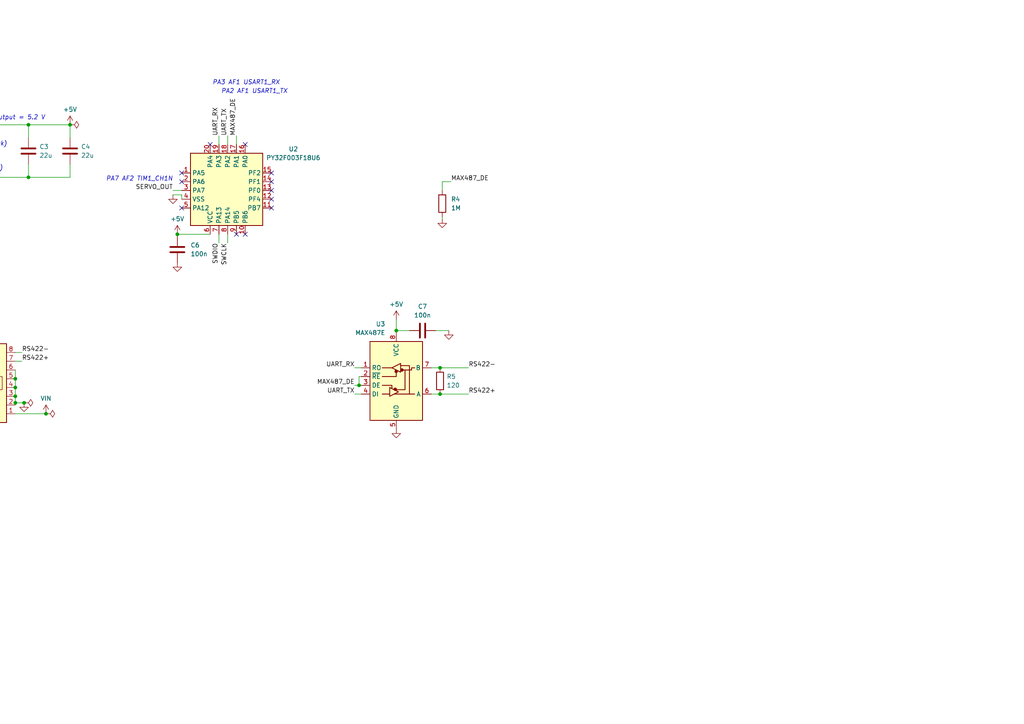
<source format=kicad_sch>
(kicad_sch (version 20230121) (generator eeschema)
  (paper "A4")
  (lib_symbols
    (symbol "Case_symbols:PY32F003F18U6TR"
      (property "Reference" "U" (at -17.145 15.24 0))
      (property "Value" "PY32F003F18U6" (at -17.145 12.7 0))
      (symbol "PY32F003F18U6TR_1_1"
        (rectangle (start -10.795 10.795) (end 10.16 -10.16) (stroke (width 0.254)) (fill (type background)))
        (pin bidirectional line (at -13.335 5.08 0) (length 2.54) (name "PA5") (number "1"))
        (pin bidirectional line (at 5.08 -12.7 90) (length 2.54) (name "PB6") (number "10"))
        (pin bidirectional line (at 12.7 -5.08 180) (length 2.54) (name "PB7") (number "11"))
        (pin bidirectional line (at 12.7 -2.54 180) (length 2.54) (name "PF4") (number "12"))
        (pin bidirectional line (at 12.7 0 180) (length 2.54) (name "PF0") (number "13"))
        (pin bidirectional line (at 12.7 2.54 180) (length 2.54) (name "PF1") (number "14"))
        (pin bidirectional line (at 12.7 5.08 180) (length 2.54) (name "PF2") (number "15"))
        (pin bidirectional line (at 5.08 13.335 270) (length 2.54) (name "PA0") (number "16"))
        (pin bidirectional line (at 2.54 13.335 270) (length 2.54) (name "PA1") (number "17"))
        (pin bidirectional line (at 0 13.335 270) (length 2.54) (name "PA2") (number "18"))
        (pin bidirectional line (at -2.54 13.335 270) (length 2.54) (name "PA3") (number "19"))
        (pin bidirectional line (at -13.335 2.54 0) (length 2.54) (name "PA6") (number "2"))
        (pin bidirectional line (at -5.08 13.335 270) (length 2.54) (name "PA4") (number "20"))
        (pin input line (at -13.335 -2.54 0) (length 2.54) hide (name "PAD") (number "21"))
        (pin bidirectional line (at -13.335 0 0) (length 2.54) (name "PA7") (number "3"))
        (pin power_in line (at -13.335 -2.54 0) (length 2.54) (name "VSS") (number "4"))
        (pin bidirectional line (at -13.335 -5.08 0) (length 2.54) (name "PA12") (number "5"))
        (pin power_in line (at -5.08 -12.7 90) (length 2.54) (name "VCC") (number "6"))
        (pin bidirectional line (at -2.54 -12.7 90) (length 2.54) (name "PA13") (number "7"))
        (pin bidirectional line (at 0 -12.7 90) (length 2.54) (name "PA14") (number "8"))
        (pin bidirectional line (at 2.54 -12.7 90) (length 2.54) (name "PB5") (number "9"))
      )
    )
    (symbol "Case_symbols:VIN" (power) (pin_names (offset 0))
      (property "Value" "VIN" (at 0 3.556 0))
      (symbol "VIN_0_1"
        (polyline (pts (xy -0.762 1.27) (xy 0 2.54)))
        (polyline (pts (xy 0 0) (xy 0 2.54)))
        (polyline (pts (xy 0 2.54) (xy 0.762 1.27)))
      )
      (symbol "VIN_1_1"
        (pin power_in line (at 0 0 90) (length 0) hide (name "VIN") (number "1"))
      )
    )
    (symbol "Connector:RJ45" (pin_names (offset 1.016))
      (property "Reference" "J" (at -5.08 13.97 0))
      (property "Value" "RJ45" (at 2.54 13.97 0))
      (symbol "RJ45_0_1"
        (polyline (pts (xy -5.08 4.445) (xy -6.35 4.445)))
        (polyline (pts (xy -5.08 5.715) (xy -6.35 5.715)))
        (polyline (pts (xy -6.35 -3.175) (xy -5.08 -3.175) (xy -5.08 -3.175)))
        (polyline (pts (xy -6.35 -1.905) (xy -5.08 -1.905) (xy -5.08 -1.905)))
        (polyline (pts (xy -6.35 -0.635) (xy -5.08 -0.635) (xy -5.08 -0.635)))
        (polyline (pts (xy -6.35 0.635) (xy -5.08 0.635) (xy -5.08 0.635)))
        (polyline (pts (xy -6.35 1.905) (xy -5.08 1.905) (xy -5.08 1.905)))
        (polyline (pts (xy -5.08 3.175) (xy -6.35 3.175) (xy -6.35 3.175)))
        (polyline (pts (xy -6.35 -4.445) (xy -6.35 6.985) (xy 3.81 6.985) (xy 3.81 4.445) (xy 5.08 4.445) (xy 5.08 3.175) (xy 6.35 3.175) (xy 6.35 -0.635) (xy 5.08 -0.635) (xy 5.08 -1.905) (xy 3.81 -1.905) (xy 3.81 -4.445) (xy -6.35 -4.445) (xy -6.35 -4.445)))
        (rectangle (start 7.62 12.7) (end -7.62 -10.16) (stroke (width 0.254)) (fill (type background)))
      )
      (symbol "RJ45_1_1"
        (pin passive line (at 10.16 -7.62 180) (length 2.54) (name "~") (number "1"))
        (pin passive line (at 10.16 -5.08 180) (length 2.54) (name "~") (number "2"))
        (pin passive line (at 10.16 -2.54 180) (length 2.54) (name "~") (number "3"))
        (pin passive line (at 10.16 0 180) (length 2.54) (name "~") (number "4"))
        (pin passive line (at 10.16 2.54 180) (length 2.54) (name "~") (number "5"))
        (pin passive line (at 10.16 5.08 180) (length 2.54) (name "~") (number "6"))
        (pin passive line (at 10.16 7.62 180) (length 2.54) (name "~") (number "7"))
        (pin passive line (at 10.16 10.16 180) (length 2.54) (name "~") (number "8"))
      )
    )
    (symbol "Connector_Generic:Conn_01x03" (pin_names (offset 1.016) hide)
      (property "Reference" "J" (at 0 5.08 0))
      (property "Value" "Conn_01x03" (at 0 -5.08 0))
      (symbol "Conn_01x03_1_1"
        (rectangle (start -1.27 -2.413) (end 0 -2.667) (stroke (width 0.1524)))
        (rectangle (start -1.27 0.127) (end 0 -0.127) (stroke (width 0.1524)))
        (rectangle (start -1.27 2.667) (end 0 2.413) (stroke (width 0.1524)))
        (rectangle (start -1.27 3.81) (end 1.27 -3.81) (stroke (width 0.254)) (fill (type background)))
        (pin passive line (at -5.08 2.54 0) (length 3.81) (name "Pin_1") (number "1"))
        (pin passive line (at -5.08 0 0) (length 3.81) (name "Pin_2") (number "2"))
        (pin passive line (at -5.08 -2.54 0) (length 3.81) (name "Pin_3") (number "3"))
      )
    )
    (symbol "Connector_Generic:Conn_01x04" (pin_names (offset 1.016) hide)
      (property "Reference" "J" (at 0 5.08 0))
      (property "Value" "Conn_01x04" (at 0 -7.62 0))
      (symbol "Conn_01x04_1_1"
        (rectangle (start -1.27 -4.953) (end 0 -5.207) (stroke (width 0.1524)))
        (rectangle (start -1.27 -2.413) (end 0 -2.667) (stroke (width 0.1524)))
        (rectangle (start -1.27 0.127) (end 0 -0.127) (stroke (width 0.1524)))
        (rectangle (start -1.27 2.667) (end 0 2.413) (stroke (width 0.1524)))
        (rectangle (start -1.27 3.81) (end 1.27 -6.35) (stroke (width 0.254)) (fill (type background)))
        (pin passive line (at -5.08 2.54 0) (length 3.81) (name "Pin_1") (number "1"))
        (pin passive line (at -5.08 0 0) (length 3.81) (name "Pin_2") (number "2"))
        (pin passive line (at -5.08 -2.54 0) (length 3.81) (name "Pin_3") (number "3"))
        (pin passive line (at -5.08 -5.08 0) (length 3.81) (name "Pin_4") (number "4"))
      )
    )
    (symbol "Device:C" (pin_numbers hide) (pin_names (offset 0.254))
      (property "Reference" "C" (at 0.635 2.54 0))
      (property "Value" "C" (at 0.635 -2.54 0))
      (symbol "C_0_1"
        (polyline (pts (xy -2.032 -0.762) (xy 2.032 -0.762)) (stroke (width 0.508)))
        (polyline (pts (xy -2.032 0.762) (xy 2.032 0.762)) (stroke (width 0.508)))
      )
      (symbol "C_1_1"
        (pin passive line (at 0 3.81 270) (length 2.794) (name "~") (number "1"))
        (pin passive line (at 0 -3.81 90) (length 2.794) (name "~") (number "2"))
      )
    )
    (symbol "Device:L" (pin_numbers hide) (pin_names (offset 1.016) hide)
      (property "Reference" "L" (at -1.27 0 90))
      (property "Value" "L" (at 1.905 0 90))
      (symbol "L_0_1"
        (arc (start 0 -2.54) (mid 0.6323 -1.905) (end 0 -1.27))
        (arc (start 0 -1.27) (mid 0.6323 -0.635) (end 0 0))
        (arc (start 0 0) (mid 0.6323 0.635) (end 0 1.27))
        (arc (start 0 1.27) (mid 0.6323 1.905) (end 0 2.54))
      )
      (symbol "L_1_1"
        (pin passive line (at 0 3.81 270) (length 1.27) (name "1") (number "1"))
        (pin passive line (at 0 -3.81 90) (length 1.27) (name "2") (number "2"))
      )
    )
    (symbol "Device:R" (pin_numbers hide) (pin_names (offset 0))
      (property "Reference" "R" (at 2.032 0 90))
      (property "Value" "R" (at 0 0 90))
      (symbol "R_0_1"
        (rectangle (start -1.016 -2.54) (end 1.016 2.54) (stroke (width 0.254)))
      )
      (symbol "R_1_1"
        (pin passive line (at 0 3.81 270) (length 1.27) (name "~") (number "1"))
        (pin passive line (at 0 -3.81 90) (length 1.27) (name "~") (number "2"))
      )
    )
    (symbol "Interface_UART:MAX487E"
      (property "Reference" "U" (at -6.096 11.43 0))
      (property "Value" "MAX487E" (at 0.762 11.43 0))
      (symbol "MAX487E_0_1"
        (rectangle (start -7.62 10.16) (end 7.62 -12.7) (stroke (width 0.254)) (fill (type background)))
        (circle (center -0.3048 -3.683) (radius 0.3556) (stroke (width 0.254)) (fill (type outline)))
        (circle (center -0.0254 1.4986) (radius 0.3556) (stroke (width 0.254)) (fill (type outline)))
        (polyline (pts (xy -4.064 -5.08) (xy -1.905 -5.08)) (stroke (width 0.254)))
        (polyline (pts (xy -4.064 2.54) (xy -1.27 2.54)) (stroke (width 0.254)))
        (polyline (pts (xy -1.27 -3.2004) (xy -1.27 -3.4544)) (stroke (width 0.254)))
        (polyline (pts (xy -0.635 -5.08) (xy 5.334 -5.08)) (stroke (width 0.254)))
        (polyline (pts (xy -4.064 -2.54) (xy -1.27 -2.54) (xy -1.27 -3.175)) (stroke (width 0.254)))
        (polyline (pts (xy 0 1.27) (xy 0 0) (xy -4.064 0)) (stroke (width 0.254)))
        (polyline (pts (xy 1.27 3.175) (xy 3.81 3.175) (xy 3.81 -5.08)) (stroke (width 0.254)))
        (polyline (pts (xy 2.54 1.905) (xy 2.54 -3.81) (xy 0 -3.81)) (stroke (width 0.254)))
        (polyline (pts (xy -1.905 -3.175) (xy -1.905 -5.715) (xy 0.635 -4.445) (xy -1.905 -3.175)) (stroke (width 0.254)))
        (polyline (pts (xy -1.27 2.54) (xy 1.27 3.81) (xy 1.27 1.27) (xy -1.27 2.54)) (stroke (width 0.254)))
        (polyline (pts (xy 1.905 1.905) (xy 4.445 1.905) (xy 4.445 2.54) (xy 5.334 2.54)) (stroke (width 0.254)))
        (rectangle (start 1.27 3.175) (end 1.27 3.175))
        (circle (center 1.651 1.905) (radius 0.3556) (stroke (width 0.254)) (fill (type outline)))
      )
      (symbol "MAX487E_1_1"
        (pin output line (at -10.16 2.54 0) (length 2.54) (name "RO") (number "1"))
        (pin input line (at -10.16 0 0) (length 2.54) (name "~{RE}") (number "2"))
        (pin input line (at -10.16 -2.54 0) (length 2.54) (name "DE") (number "3"))
        (pin input line (at -10.16 -5.08 0) (length 2.54) (name "DI") (number "4"))
        (pin power_in line (at 0 -15.24 90) (length 2.54) (name "GND") (number "5"))
        (pin bidirectional line (at 10.16 -5.08 180) (length 2.54) (name "A") (number "6"))
        (pin bidirectional line (at 10.16 2.54 180) (length 2.54) (name "B") (number "7"))
        (pin power_in line (at 0 12.7 270) (length 2.54) (name "VCC") (number "8"))
      )
    )
    (symbol "MT2492:MT2492"
      (property "Reference" "U" (at -1.27 -10.795 0))
      (property "Value" "MT2492" (at -1.27 -13.335 0))
      (symbol "MT2492_1_0"
        (pin passive line (at 8.89 5.08 270) (length 2.54) (name "BS") (number "1"))
        (pin passive line (at 8.89 -12.7 90) (length 2.54) (name "GND") (number "2"))
        (pin passive line (at 17.78 -7.62 180) (length 2.54) (name "FB") (number "3"))
        (pin passive line (at 0 -7.62 0) (length 2.54) (name "EN") (number "4"))
        (pin passive line (at 0 0 0) (length 2.54) (name "IN") (number "5"))
        (pin passive line (at 17.78 0 180) (length 2.54) (name "SW") (number "6"))
      )
      (symbol "MT2492_1_1"
        (rectangle (start 2.54 2.54) (end 15.24 -10.16) (stroke (width 0.254)) (fill (type background)))
      )
    )
    (symbol "power:+5V" (power) (pin_names (offset 0))
      (property "Value" "+5V" (at 0 3.556 0))
      (symbol "+5V_0_1"
        (polyline (pts (xy -0.762 1.27) (xy 0 2.54)))
        (polyline (pts (xy 0 0) (xy 0 2.54)))
        (polyline (pts (xy 0 2.54) (xy 0.762 1.27)))
      )
      (symbol "+5V_1_1"
        (pin power_in line (at 0 0 90) (length 0) hide (name "+5V") (number "1"))
      )
    )
    (symbol "power:GND" (power) (pin_names (offset 0))
      (property "Value" "GND" (at 0 -3.81 0))
      (symbol "GND_0_1"
        (polyline (pts (xy 0 0) (xy 0 -1.27) (xy 1.27 -1.27) (xy 0 -2.54) (xy -1.27 -1.27) (xy 0 -1.27)))
      )
      (symbol "GND_1_1"
        (pin power_in line (at 0 0 270) (length 0) hide (name "GND") (number "1"))
      )
    )
    (symbol "power:PWR_FLAG" (power) (pin_numbers hide) (pin_names (offset 0) hide)
      (property "Value" "PWR_FLAG" (at 0 3.81 0))
      (symbol "PWR_FLAG_0_0"
        (pin power_out line (at 0 0 90) (length 0) (name "pwr") (number "1"))
      )
      (symbol "PWR_FLAG_0_1"
        (polyline (pts (xy 0 0) (xy 0 1.27) (xy -1.016 1.905) (xy 0 2.54) (xy 1.016 1.905) (xy 0 1.27)))
      )
    )
  )
  (junction (at -40.005 36.195))
  (junction (at 127.635 114.3))
  (junction (at -6.35 36.195))
  (junction (at -6.35 43.815))
  (junction (at 4.445 109.855))
  (junction (at -6.35 51.435))
  (junction (at 127.635 106.68))
  (junction (at 4.445 114.935))
  (junction (at 104.14 111.76))
  (junction (at 4.445 112.395))
  (junction (at -45.72 36.195))
  (junction (at -17.78 36.195))
  (junction (at 4.445 116.84))
  (junction (at 6.985 116.84))
  (junction (at 8.255 36.195))
  (junction (at 114.935 95.885))
  (junction (at 13.335 120.015))
  (junction (at 51.435 67.945))
  (junction (at 20.32 36.195))
  (junction (at -66.04 36.195))
  (junction (at 8.255 51.435))
  (no_connect (at 78.74 52.705))
  (no_connect (at 71.12 67.945))
  (no_connect (at 68.58 67.945))
  (no_connect (at 71.12 41.91))
  (no_connect (at 52.705 52.705))
  (no_connect (at 52.705 60.325))
  (no_connect (at 60.96 41.91))
  (no_connect (at 78.74 55.245))
  (no_connect (at 78.74 60.325))
  (no_connect (at 52.705 50.165))
  (no_connect (at 78.74 57.785))
  (no_connect (at 78.74 50.165))
  (wire (pts (xy 4.445 114.935) (xy 4.445 116.84)))
  (wire (pts (xy 50.165 56.515) (xy 52.705 56.515)))
  (wire (pts (xy 4.445 116.84) (xy 4.445 117.475)))
  (wire (pts (xy 68.58 39.37) (xy 68.58 41.91)))
  (wire (pts (xy 104.775 109.22) (xy 104.14 109.22)))
  (wire (pts (xy 130.175 95.885) (xy 126.365 95.885)))
  (wire (pts (xy 4.445 109.855) (xy 4.445 112.395)))
  (wire (pts (xy 6.35 104.775) (xy 4.445 104.775)))
  (wire (pts (xy -40.005 36.195) (xy -38.735 36.195)))
  (wire (pts (xy -20.32 135.89) (xy -16.51 135.89)))
  (wire (pts (xy 20.32 51.435) (xy 8.255 51.435)))
  (wire (pts (xy 8.255 51.435) (xy -6.35 51.435)))
  (wire (pts (xy 52.705 56.515) (xy 52.705 57.785)))
  (wire (pts (xy 20.32 47.625) (xy 20.32 51.435)))
  (wire (pts (xy -20.955 92.075) (xy -17.145 92.075)))
  (wire (pts (xy 102.87 114.3) (xy 104.775 114.3)))
  (wire (pts (xy 102.87 106.68) (xy 104.775 106.68)))
  (wire (pts (xy 20.32 36.195) (xy 20.32 40.005)))
  (wire (pts (xy -20.32 134.62) (xy -16.51 134.62)))
  (wire (pts (xy 8.255 47.625) (xy 8.255 51.435)))
  (wire (pts (xy 104.14 109.22) (xy 104.14 111.76)))
  (wire (pts (xy -17.78 29.845) (xy -19.685 29.845)))
  (wire (pts (xy -8.255 36.195) (xy -6.35 36.195)))
  (wire (pts (xy 4.445 120.015) (xy 13.335 120.015)))
  (wire (pts (xy 50.165 55.245) (xy 52.705 55.245)))
  (wire (pts (xy -6.35 36.195) (xy 8.255 36.195)))
  (wire (pts (xy 128.27 63.5) (xy 128.27 62.865)))
  (wire (pts (xy -20.955 36.195) (xy -17.78 36.195)))
  (wire (pts (xy 63.5 39.37) (xy 63.5 41.91)))
  (wire (pts (xy -15.875 36.195) (xy -17.78 36.195)))
  (wire (pts (xy 51.435 68.58) (xy 51.435 67.945)))
  (wire (pts (xy -66.04 36.195) (xy -62.23 36.195)))
  (wire (pts (xy 130.81 52.705) (xy 128.27 52.705)))
  (wire (pts (xy 128.27 52.705) (xy 128.27 55.245)))
  (wire (pts (xy -20.955 89.535) (xy -17.145 89.535)))
  (wire (pts (xy 104.14 111.76) (xy 104.775 111.76)))
  (wire (pts (xy -16.51 134.62) (xy -16.51 133.35)))
  (wire (pts (xy 6.35 102.235) (xy 4.445 102.235)))
  (wire (pts (xy -17.145 86.995) (xy -17.145 85.725)))
  (wire (pts (xy -17.145 85.725) (xy -19.685 85.725)))
  (wire (pts (xy 127.635 114.3) (xy 125.095 114.3)))
  (wire (pts (xy -38.735 43.815) (xy -40.005 43.815)))
  (wire (pts (xy -29.845 130.81) (xy -16.51 130.81)))
  (wire (pts (xy 8.255 36.195) (xy 20.32 36.195)))
  (wire (pts (xy 4.445 107.315) (xy 4.445 109.855)))
  (wire (pts (xy 51.435 67.945) (xy 60.96 67.945)))
  (wire (pts (xy 66.04 70.485) (xy 66.04 67.945)))
  (wire (pts (xy -40.005 43.815) (xy -40.005 36.195)))
  (wire (pts (xy -54.61 36.195) (xy -45.72 36.195)))
  (wire (pts (xy 135.89 106.68) (xy 127.635 106.68)))
  (wire (pts (xy 102.87 111.76) (xy 104.14 111.76)))
  (wire (pts (xy 66.04 39.37) (xy 66.04 41.91)))
  (wire (pts (xy 4.445 112.395) (xy 4.445 114.935)))
  (wire (pts (xy -45.72 36.195) (xy -40.005 36.195)))
  (wire (pts (xy 63.5 70.485) (xy 63.5 67.945)))
  (wire (pts (xy 114.935 92.71) (xy 114.935 95.885)))
  (wire (pts (xy 127.635 106.68) (xy 125.095 106.68)))
  (wire (pts (xy -17.78 29.845) (xy -17.78 36.195)))
  (wire (pts (xy 6.985 116.84) (xy 4.445 116.84)))
  (wire (pts (xy 114.935 95.885) (xy 114.935 96.52)))
  (wire (pts (xy -19.685 84.455) (xy -17.145 84.455)))
  (wire (pts (xy 114.935 95.885) (xy 118.745 95.885)))
  (wire (pts (xy -29.845 29.845) (xy -27.305 29.845)))
  (wire (pts (xy -29.845 31.115) (xy -29.845 29.845)))
  (wire (pts (xy -20.955 43.815) (xy -6.35 43.815)))
  (wire (pts (xy 127.635 114.3) (xy 135.89 114.3)))
  (wire (pts (xy 8.255 36.195) (xy 8.255 40.005)))
  (text "PA3 AF1 USART1_RX " (at 61.595 24.765 0) (effects (font (size 1.27 1.27) italic) (justify left bottom)))
  (text "Consider MP2359" (at -40.64 55.245 0) (effects (font (size 1.27 1.27) italic) (justify left bottom)))
  (text "(130k)" (at -4.445 42.545 0) (effects (font (size 1.27 1.27) italic) (justify left bottom)))
  (text "PA2 AF1 USART1_TX" (at 64.135 27.305 0) (effects (font (size 1.27 1.27) italic) (justify left bottom)))
  (text "FB ref.\n0.6 V typ.\n(0.8 V MP2359)" (at -23.495 52.07 0) (effects (font (size 1.27 1.27) italic) (justify left bottom)))
  (text "PA7 AF2 TIM1_CH1N" (at 50.165 52.705 0) (effects (font (size 1.27 1.27) italic) (justify right bottom)))
  (text "(20k)" (at -4.445 49.53 0) (effects (font (size 1.27 1.27) italic) (justify left bottom)))
  (text "Set output = 5.2 V" (at -5.715 34.925 0) (effects (font (size 1.27 1.27) italic) (justify left bottom)))
  (label "MAX487_DE" (at 102.87 111.76 180))
  (label "RS422+" (at 6.35 104.775 0))
  (label "SERVO_OUT" (at -29.845 130.81 180))
  (label "UART_TX" (at 102.87 114.3 180))
  (label "SWCLK" (at -20.955 89.535 180))
  (label "UART_RX" (at 63.5 39.37 90))
  (label "UART_RX" (at 102.87 106.68 180))
  (label "SERVO_OUT" (at 50.165 55.245 180))
  (label "RS422-" (at 6.35 102.235 0))
  (label "MAX487_DE" (at 68.58 39.37 90))
  (label "UART_TX" (at 66.04 39.37 90))
  (label "MAX487_DE" (at 130.81 52.705 0))
  (label "SWDIO" (at 63.5 70.485 270))
  (label "SWCLK" (at 66.04 70.485 270))
  (label "SWDIO" (at -20.955 92.075 180))
  (label "RS422-" (at 135.89 106.68 0))
  (label "RS422+" (at 135.89 114.3 0))
  (symbol (lib_id "MT2492:MT2492") (at -38.735 36.195 0) (unit 1)
    (property "Reference" "U1" (at -40.64 48.895 0) (effects (justify left)))
    (property "Value" "MT2492" (at -40.64 51.435 0) (effects (justify left)))
    (property "Footprint" "Package_TO_SOT_SMD:SOT-23-6" (effects hide))
    (property "Datasheet" "https://datasheet.lcsc.com/lcsc/1810262207_XI-AN-Aerosemi-Tech-MT2492_C89358.pdf" (effects hide))
    (property "Height" "1.45" (effects hide))
    (property "Manufacturer_Name" "Aerosemi" (effects hide))
    (property "Manufacturer_Part_Number" "MT2492" (effects hide))
  )
  (symbol (lib_id "power:GND") (at -6.35 51.435 0) (mirror y) (unit 1)
    (property "Reference" "#PWR012" (effects hide))
    (property "Value" "GND" (effects hide))
  )
  (symbol (lib_id "power:GND") (at 114.935 124.46 0) (unit 1)
    (property "Reference" "#PWR013" (effects hide))
    (property "Value" "GND" (effects hide))
  )
  (symbol (lib_id "power:PWR_FLAG") (at 6.985 116.84 270) (unit 1)
    (property "Reference" "#FLG02" (effects hide))
    (property "Value" "PWR_FLAG" (effects hide))
  )
  (symbol (lib_id "power:GND") (at 130.175 95.885 0) (unit 1)
    (property "Reference" "#PWR010" (effects hide))
    (property "Value" "GND" (effects hide))
  )
  (symbol (lib_id "Connector_Generic:Conn_01x04") (at -12.065 86.995 0) (unit 1)
    (property "Reference" "J1" (at -9.525 88.265 0) (effects (justify left)))
    (property "Value" "Conn_01x04" (effects hide))
    (property "Footprint" "Case_footprints:TestPoints_1x04_P2.0" (effects hide))
  )
  (symbol (lib_id "power:GND") (at 6.985 116.84 0) (unit 1)
    (property "Reference" "#PWR011" (effects hide))
    (property "Value" "GND" (effects hide))
  )
  (symbol (lib_id "power:GND") (at -19.685 85.725 0) (unit 1)
    (property "Reference" "#PWR015" (effects hide))
    (property "Value" "GND" (effects hide))
  )
  (symbol (lib_id "Device:C") (at 51.435 72.39 0) (unit 1)
    (property "Reference" "C6" (at 55.245 71.12 0) (effects (justify left)))
    (property "Value" "100n" (at 55.245 73.66 0) (effects (justify left)))
    (property "Footprint" "Capacitor_SMD:C_0402_1005Metric" (effects hide))
  )
  (symbol (lib_id "Device:C") (at -23.495 29.845 90) (unit 1)
    (property "Reference" "C5" (at -23.495 22.86 90))
    (property "Value" "100n" (at -23.495 25.4 90))
    (property "Footprint" "Capacitor_SMD:C_0402_1005Metric" (effects hide))
  )
  (symbol (lib_id "power:GND") (at -29.845 48.895 0) (mirror y) (unit 1)
    (property "Reference" "#PWR08" (effects hide))
    (property "Value" "GND" (effects hide))
  )
  (symbol (lib_id "Device:R") (at -6.35 47.625 0) (mirror y) (unit 1)
    (property "Reference" "R3" (at -8.255 46.355 0) (effects (justify left)))
    (property "Value" "13k" (at -8.255 48.895 0) (effects (justify left)))
    (property "Footprint" "Resistor_SMD:R_0402_1005Metric" (effects hide))
  )
  (symbol (lib_id "Device:C") (at 8.255 43.815 0) (unit 1)
    (property "Reference" "C3" (at 11.43 42.545 0) (effects (justify left)))
    (property "Value" "22u" (at 11.43 45.085 0) (effects (justify left)))
    (property "Footprint" "Capacitor_SMD:C_0603_1608Metric" (effects hide))
  )
  (symbol (lib_id "power:GND") (at 50.165 56.515 0) (unit 1)
    (property "Reference" "#PWR01" (effects hide))
    (property "Value" "GND" (effects hide))
  )
  (symbol (lib_id "power:+5V") (at -19.685 84.455 0) (unit 1)
    (property "Reference" "#PWR05" (effects hide))
    (property "Value" "+5V" (at -23.495 82.55 0))
  )
  (symbol (lib_id "Device:C") (at -45.72 40.005 0) (mirror y) (unit 1)
    (property "Reference" "C2" (at -48.895 38.735 0) (effects (justify left)))
    (property "Value" "22u" (at -48.895 41.275 0) (effects (justify left)))
    (property "Footprint" "Capacitor_SMD:C_0603_1608Metric" (effects hide))
  )
  (symbol (lib_id "Device:R") (at 127.635 110.49 0) (unit 1)
    (property "Reference" "R5" (at 129.54 109.22 0) (effects (justify left)))
    (property "Value" "120" (at 129.54 111.76 0) (effects (justify left)))
    (property "Footprint" "Resistor_SMD:R_0402_1005Metric" (effects hide))
  )
  (symbol (lib_id "Case_symbols:PY32F003F18U6TR") (at 66.04 55.245 0) (unit 1)
    (property "Reference" "U2" (at 85.09 43.2369 0))
    (property "Value" "PY32F003F18U6" (at 85.09 45.7769 0))
    (property "Footprint" "Package_DFN_QFN:QFN-20-1EP_3x3mm_P0.4mm_EP1.65x1.65mm" (effects hide))
  )
  (symbol (lib_id "Device:C") (at 122.555 95.885 90) (unit 1)
    (property "Reference" "C7" (at 122.555 88.9 90))
    (property "Value" "100n" (at 122.555 91.44 90))
    (property "Footprint" "Capacitor_SMD:C_0402_1005Metric" (effects hide))
  )
  (symbol (lib_id "Device:R") (at -58.42 36.195 90) (unit 1)
    (property "Reference" "R1" (at -58.42 31.115 90))
    (property "Value" "1" (at -58.42 33.655 90))
    (property "Footprint" "Resistor_SMD:R_0402_1005Metric" (effects hide))
  )
  (symbol (lib_id "power:GND") (at -66.04 43.815 0) (mirror y) (unit 1)
    (property "Reference" "#PWR07" (effects hide))
    (property "Value" "GND" (effects hide))
  )
  (symbol (lib_id "Device:L") (at -12.065 36.195 90) (unit 1)
    (property "Reference" "L1" (at -12.065 31.115 90))
    (property "Value" "10u" (at -12.065 33.655 90))
    (property "Footprint" "Inductor_SMD:L_Changjiang_FNR5030S" (effects hide))
  )
  (symbol (lib_id "power:PWR_FLAG") (at 20.32 36.195 270) (unit 1)
    (property "Reference" "#FLG03" (effects hide))
    (property "Value" "PWR_FLAG" (effects hide))
  )
  (symbol (lib_id "Device:C") (at -66.04 40.005 0) (mirror y) (unit 1)
    (property "Reference" "C1" (at -69.215 38.735 0) (effects (justify left)))
    (property "Value" "100n" (at -69.215 41.275 0) (effects (justify left)))
    (property "Footprint" "Capacitor_SMD:C_0402_1005Metric" (effects hide))
  )
  (symbol (lib_id "Connector_Generic:Conn_01x03") (at -11.43 133.35 0) (unit 1)
    (property "Reference" "J3" (at -8.89 133.35 0) (effects (justify left)))
    (property "Value" "Conn_01x03" (effects hide))
    (property "Footprint" "Connector_PinHeader_2.54mm:PinHeader_1x03_P2.54mm_Vertical" (effects hide))
  )
  (symbol (lib_id "Interface_UART:MAX487E") (at 114.935 109.22 0) (unit 1)
    (property "Reference" "U3" (at 111.76 93.98 0) (effects (justify right)))
    (property "Value" "MAX487E" (at 111.76 96.52 0) (effects (justify right)))
    (property "Footprint" "Package_SO:SOIC-8_3.9x4.9mm_P1.27mm" (effects hide))
    (property "Datasheet" "https://datasheets.maximintegrated.com/en/ds/MAX1487E-MAX491E.pdf" (effects hide))
  )
  (symbol (lib_id "power:+5V") (at 20.32 36.195 0) (unit 1)
    (property "Reference" "#PWR019" (effects hide))
    (property "Value" "+5V" (at 20.32 31.75 0))
  )
  (symbol (lib_id "Case_symbols:VIN") (at 13.335 120.015 0) (unit 1)
    (property "Reference" "#PWR04" (effects hide))
    (property "Value" "VIN" (at 13.335 115.57 0))
  )
  (symbol (lib_id "power:+5V") (at -20.32 134.62 0) (unit 1)
    (property "Reference" "#PWR016" (effects hide))
    (property "Value" "+5V" (at -24.13 132.715 0))
  )
  (symbol (lib_id "power:+5V") (at 51.435 67.945 0) (unit 1)
    (property "Reference" "#PWR02" (effects hide))
    (property "Value" "+5V" (at 51.435 63.5 0))
  )
  (symbol (lib_id "power:PWR_FLAG") (at 13.335 120.015 270) (unit 1)
    (property "Reference" "#FLG01" (effects hide))
    (property "Value" "PWR_FLAG" (effects hide))
  )
  (symbol (lib_id "Case_symbols:VIN") (at -66.04 36.195 0) (unit 1)
    (property "Reference" "#PWR06" (effects hide))
    (property "Value" "VIN" (at -66.04 31.75 0))
  )
  (symbol (lib_id "power:GND") (at 51.435 76.2 0) (unit 1)
    (property "Reference" "#PWR03" (effects hide))
    (property "Value" "GND" (effects hide))
  )
  (symbol (lib_id "Device:R") (at 128.27 59.055 0) (unit 1)
    (property "Reference" "R4" (at 130.81 57.785 0) (effects (justify left)))
    (property "Value" "1M" (at 130.81 60.325 0) (effects (justify left)))
    (property "Footprint" "Resistor_SMD:R_0402_1005Metric" (effects hide))
  )
  (symbol (lib_id "Device:R") (at -6.35 40.005 0) (mirror y) (unit 1)
    (property "Reference" "R2" (at -8.255 38.735 0) (effects (justify left)))
    (property "Value" "100k" (at -8.255 41.275 0) (effects (justify left)))
    (property "Footprint" "Resistor_SMD:R_0402_1005Metric" (effects hide))
  )
  (symbol (lib_id "Connector:RJ45") (at -5.715 112.395 0) (unit 1)
    (property "Reference" "J2" (at -5.715 95.25 0))
    (property "Value" "RJ45" (at -5.715 97.79 0))
    (property "Footprint" "Connector_RJ:RJ45_OST_PJ012-8P8CX_Vertical" (effects hide))
  )
  (symbol (lib_id "power:+5V") (at 114.935 92.71 0) (unit 1)
    (property "Reference" "#PWR09" (effects hide))
    (property "Value" "+5V" (at 114.935 88.265 0))
  )
  (symbol (lib_id "Device:C") (at 20.32 43.815 0) (unit 1)
    (property "Reference" "C4" (at 23.495 42.545 0) (effects (justify left)))
    (property "Value" "22u" (at 23.495 45.085 0) (effects (justify left)))
    (property "Footprint" "Capacitor_SMD:C_0603_1608Metric" (effects hide))
  )
  (symbol (lib_id "power:GND") (at -20.32 135.89 0) (unit 1)
    (property "Reference" "#PWR017" (effects hide))
    (property "Value" "GND" (effects hide))
  )
  (symbol (lib_id "power:GND") (at 128.27 63.5 0) (unit 1)
    (property "Reference" "#PWR018" (effects hide))
    (property "Value" "GND" (effects hide))
  )
  (symbol (lib_id "power:GND") (at -45.72 43.815 0) (mirror y) (unit 1)
    (property "Reference" "#PWR014" (effects hide))
    (property "Value" "GND" (effects hide))
  )
)
</source>
